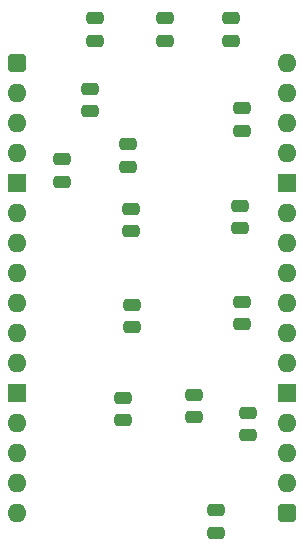
<source format=gbr>
%TF.GenerationSoftware,KiCad,Pcbnew,7.0.5*%
%TF.CreationDate,2023-12-18T11:01:32+02:00*%
%TF.ProjectId,W65C816 Clock Hold,57363543-3831-4362-9043-6c6f636b2048,rev?*%
%TF.SameCoordinates,Original*%
%TF.FileFunction,Soldermask,Bot*%
%TF.FilePolarity,Negative*%
%FSLAX46Y46*%
G04 Gerber Fmt 4.6, Leading zero omitted, Abs format (unit mm)*
G04 Created by KiCad (PCBNEW 7.0.5) date 2023-12-18 11:01:32*
%MOMM*%
%LPD*%
G01*
G04 APERTURE LIST*
G04 Aperture macros list*
%AMRoundRect*
0 Rectangle with rounded corners*
0 $1 Rounding radius*
0 $2 $3 $4 $5 $6 $7 $8 $9 X,Y pos of 4 corners*
0 Add a 4 corners polygon primitive as box body*
4,1,4,$2,$3,$4,$5,$6,$7,$8,$9,$2,$3,0*
0 Add four circle primitives for the rounded corners*
1,1,$1+$1,$2,$3*
1,1,$1+$1,$4,$5*
1,1,$1+$1,$6,$7*
1,1,$1+$1,$8,$9*
0 Add four rect primitives between the rounded corners*
20,1,$1+$1,$2,$3,$4,$5,0*
20,1,$1+$1,$4,$5,$6,$7,0*
20,1,$1+$1,$6,$7,$8,$9,0*
20,1,$1+$1,$8,$9,$2,$3,0*%
G04 Aperture macros list end*
%ADD10RoundRect,0.400000X-0.400000X-0.400000X0.400000X-0.400000X0.400000X0.400000X-0.400000X0.400000X0*%
%ADD11O,1.600000X1.600000*%
%ADD12R,1.600000X1.600000*%
%ADD13RoundRect,0.250000X-0.475000X0.250000X-0.475000X-0.250000X0.475000X-0.250000X0.475000X0.250000X0*%
G04 APERTURE END LIST*
D10*
%TO.C,J1*%
X86360000Y-71120000D03*
D11*
X86360000Y-73660000D03*
X86360000Y-76200000D03*
X86360000Y-78740000D03*
D12*
X86360000Y-81280000D03*
D11*
X86360000Y-83820000D03*
X86360000Y-86360000D03*
X86360000Y-88900000D03*
X86360000Y-91440000D03*
X86360000Y-93980000D03*
X86360000Y-96520000D03*
D12*
X86360000Y-99060000D03*
D11*
X86360000Y-101600000D03*
X86360000Y-104140000D03*
X86360000Y-106680000D03*
X86360000Y-109220000D03*
D10*
X109220000Y-109220000D03*
D11*
X109220000Y-106680000D03*
X109220000Y-104140000D03*
X109220000Y-101600000D03*
D12*
X109220000Y-99060000D03*
D11*
X109220000Y-96520000D03*
X109220000Y-93980000D03*
X109220000Y-91440000D03*
X109220000Y-88900000D03*
X109220000Y-86360000D03*
X109220000Y-83820000D03*
D12*
X109220000Y-81280000D03*
D11*
X109220000Y-78740000D03*
X109220000Y-76200000D03*
X109220000Y-73660000D03*
X109220000Y-71120000D03*
%TD*%
D13*
%TO.C,C57*%
X101346000Y-99269000D03*
X101346000Y-101169000D03*
%TD*%
%TO.C,C27*%
X105410000Y-91395000D03*
X105410000Y-93295000D03*
%TD*%
%TO.C,C23*%
X104521000Y-67392000D03*
X104521000Y-69292000D03*
%TD*%
%TO.C,C25*%
X105283000Y-83267000D03*
X105283000Y-85167000D03*
%TD*%
%TO.C,C26*%
X96139000Y-91649000D03*
X96139000Y-93549000D03*
%TD*%
%TO.C,C48*%
X95758000Y-78060000D03*
X95758000Y-79960000D03*
%TD*%
%TO.C,C22*%
X98933000Y-67392000D03*
X98933000Y-69292000D03*
%TD*%
%TO.C,C47*%
X92964000Y-67392000D03*
X92964000Y-69292000D03*
%TD*%
%TO.C,C20*%
X105410000Y-75012000D03*
X105410000Y-76912000D03*
%TD*%
%TO.C,C24*%
X92583000Y-73361000D03*
X92583000Y-75261000D03*
%TD*%
%TO.C,C30*%
X103251000Y-109048000D03*
X103251000Y-110948000D03*
%TD*%
%TO.C,C56*%
X90170000Y-79330000D03*
X90170000Y-81230000D03*
%TD*%
%TO.C,C21*%
X96012000Y-83521000D03*
X96012000Y-85421000D03*
%TD*%
%TO.C,C28*%
X95377000Y-99523000D03*
X95377000Y-101423000D03*
%TD*%
%TO.C,C29*%
X105918000Y-100793000D03*
X105918000Y-102693000D03*
%TD*%
M02*

</source>
